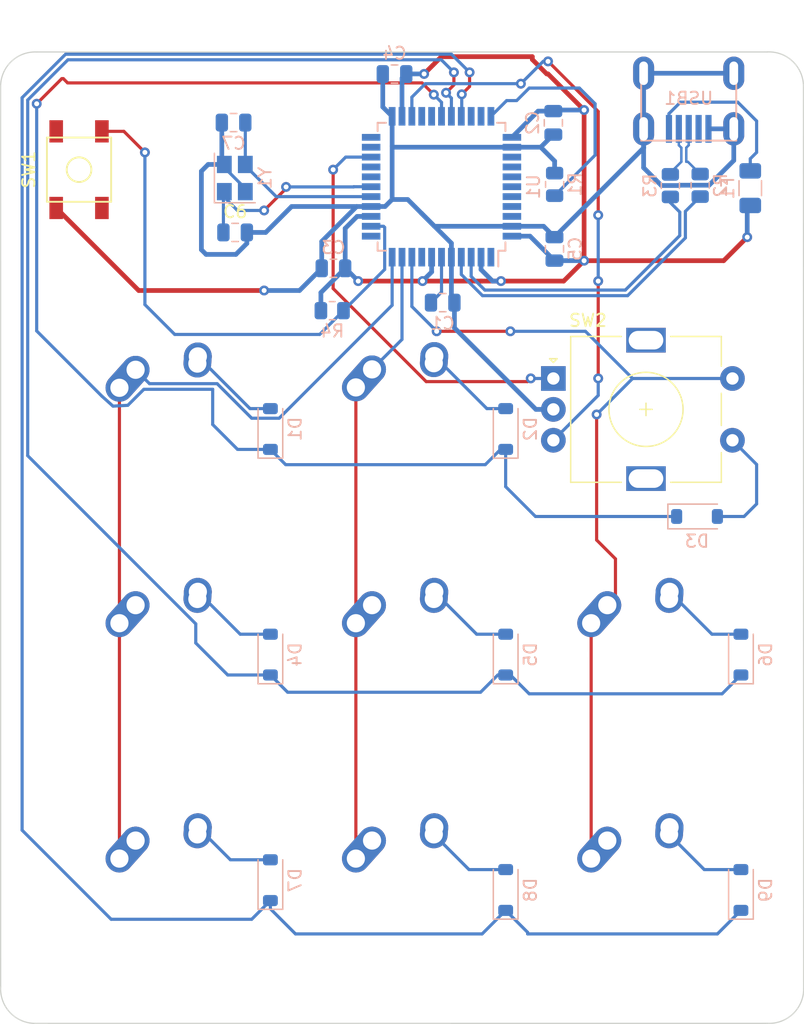
<source format=kicad_pcb>
(kicad_pcb (version 20221018) (generator pcbnew)
  (layers (0 "F.Cu" signal) (31 "B.Cu" signal) (34 "B.Paste" user) (35 "F.Paste" user) (36 "B.SilkS" user "B.Silkscreen") (37 "F.SilkS" user "F.Silkscreen") (38 "B.Mask" user) (39 "F.Mask" user) (44 "Edge.Cuts" user))
  (net 0 "")
  (net 1 "Net-(U1-UCAP)")
  (net 2 "GND")
  (net 3 "+5V")
  (net 4 "XTAL1")
  (net 5 "XTAL2")
  (net 6 "ROW0")
  (net 7 "Net-(D1-A)")
  (net 8 "Net-(D2-A)")
  (net 9 "Net-(D3-A)")
  (net 10 "ROW1")
  (net 11 "Net-(D4-A)")
  (net 12 "Net-(D5-A)")
  (net 13 "Net-(D6-A)")
  (net 14 "ROW2")
  (net 15 "Net-(D7-A)")
  (net 16 "Net-(D8-A)")
  (net 17 "Net-(D9-A)")
  (net 18 "VCC")
  (net 19 "COL0")
  (net 20 "COL1")
  (net 21 "COL2")
  (net 22 "Net-(U1-~{HWB}{slash}PE2)")
  (net 23 "Net-(U1-D+)")
  (net 24 "D+")
  (net 25 "D-")
  (net 26 "Net-(U1-D-)")
  (net 27 "RESET")
  (net 28 "PAD1-A")
  (net 29 "PAD1-B")
  (footprint "MX_Alps_Hybrid:MX-1U-NoLED" (layer "F.Cu") (at 148.145 129.222)
    (fp_text reference "MX8")
    (fp_text value "MX-NoLED")
  )
  (footprint "random-keyboard-parts:SKQG-1155865" (layer "F.Cu") (at 121.9195 70.928 -90)
    (fp_text reference "SW1")
    (fp_text value "SW_Push")
  )
  (footprint "MX_Alps_Hybrid:MX-1U-NoLED" (layer "F.Cu") (at 167.195 110.172)
    (fp_text reference "MX6")
    (fp_text value "MX-NoLED")
  )
  (footprint "MX_Alps_Hybrid:MX-1U-NoLED" (layer "F.Cu") (at 148.145 91.09025)
    (fp_text reference "MX2")
    (fp_text value "MX-NoLED")
  )
  (footprint "Rotary_Encoder:RotaryEncoder_Alps_EC11E-Switch_Vertical_H20mm" (layer "F.Cu") (at 160.326 87.82825)
    (fp_text reference "SW2")
    (fp_text value "RotaryEncoder_Switch")
  )
  (footprint "MX_Alps_Hybrid:MX-1U-NoLED" (layer "F.Cu") (at 128.99975 91.122)
    (fp_text reference "MX1")
    (fp_text value "MX-NoLED")
  )
  (footprint "MX_Alps_Hybrid:MX-1U-NoLED" (layer "F.Cu") (at 128.99975 129.222)
    (fp_text reference "MX7")
    (fp_text value "MX-NoLED")
  )
  (footprint "MX_Alps_Hybrid:MX-1U-NoLED" (layer "F.Cu") (at 128.99975 110.172)
    (fp_text reference "MX4")
    (fp_text value "MX-NoLED")
  )
  (footprint "MX_Alps_Hybrid:MX-1U-NoLED" (layer "F.Cu") (at 148.145 110.172)
    (fp_text reference "MX5")
    (fp_text value "MX-NoLED")
  )
  (footprint "MX_Alps_Hybrid:MX-1U-NoLED" (layer "F.Cu") (at 167.195 129.222)
    (fp_text reference "MX9")
    (fp_text value "MX-NoLED")
  )
  (footprint "Capacitor_SMD:C_0805_2012Metric" (layer "B.Cu") (at 151.3645 81.69)
    (fp_text reference "C1")
    (fp_text value "1uF")
  )
  (footprint "Diode_SMD:D_SOD-123" (layer "B.Cu") (at 137.4135 128.42825 90)
    (fp_text reference "D7")
    (fp_text value "SOD-123")
  )
  (footprint "Diode_SMD:D_SOD-123" (layer "B.Cu") (at 156.4635 91.91575 90)
    (fp_text reference "D2")
    (fp_text value "SOD-123")
  )
  (footprint "Diode_SMD:D_SOD-123" (layer "B.Cu") (at 171.9575 98.995)
    (fp_text reference "D3")
    (fp_text value "SOD-123")
  )
  (footprint "Capacitor_SMD:C_0805_2012Metric" (layer "B.Cu") (at 160.4145 77.339 90)
    (fp_text reference "C5")
    (fp_text value "10uF")
  )
  (footprint "Capacitor_SMD:C_0805_2012Metric" (layer "B.Cu") (at 142.5195 78.91 180)
    (fp_text reference "C3")
    (fp_text value "0.1uF")
  )
  (footprint "Capacitor_SMD:C_0805_2012Metric" (layer "B.Cu") (at 147.4645 63.19 180)
    (fp_text reference "C4")
    (fp_text value "0.1uF")
  )
  (footprint "Capacitor_SMD:C_0805_2012Metric" (layer "B.Cu") (at 134.5585 76.008 180)
    (fp_text reference "C6")
    (fp_text value "22pF")
  )
  (footprint "Diode_SMD:D_SOD-123" (layer "B.Cu") (at 175.5135 110.172 90)
    (fp_text reference "D6")
    (fp_text value "SOD-123")
  )
  (footprint "Diode_SMD:D_SOD-123" (layer "B.Cu") (at 156.4635 129.222 90)
    (fp_text reference "D8")
    (fp_text value "SOD-123")
  )
  (footprint "Resistor_SMD:R_0805_2012Metric" (layer "B.Cu") (at 160.4285 72.12 90)
    (fp_text reference "R1")
    (fp_text value "10k")
  )
  (footprint "random-keyboard-parts:Molex-0548190589" (layer "B.Cu") (at 171.2845 63.126 -90)
    (fp_text reference "USB1")
    (fp_text value "Molex-0548190589")
  )
  (footprint "Package_QFP:TQFP-44_10x10mm_P0.8mm" (layer "B.Cu") (at 151.2695 72.31 90)
    (fp_text reference "U1")
    (fp_text value "ATmega32U4-A")
  )
  (footprint "Diode_SMD:D_SOD-123" (layer "B.Cu") (at 156.4635 110.172 90)
    (fp_text reference "D5")
    (fp_text value "SOD-123")
  )
  (footprint "Fuse:Fuse_1206_3216Metric" (layer "B.Cu") (at 176.26925 72.42525 -90)
    (fp_text reference "F1")
    (fp_text value "500mA")
  )
  (footprint "Resistor_SMD:R_0805_2012Metric" (layer "B.Cu") (at 142.416 82.339)
    (fp_text reference "R4")
    (fp_text value "10k")
  )
  (footprint "Diode_SMD:D_SOD-123" (layer "B.Cu") (at 137.4135 91.91575 90)
    (fp_text reference "D1")
    (fp_text value "SOD-123")
  )
  (footprint "Diode_SMD:D_SOD-123" (layer "B.Cu") (at 175.5135 129.222 90)
    (fp_text reference "D9")
    (fp_text value "SOD-123")
  )
  (footprint "Diode_SMD:D_SOD-123" (layer "B.Cu") (at 137.4135 110.172 90)
    (fp_text reference "D4")
    (fp_text value "SOD-123")
  )
  (footprint "Crystal:Crystal_SMD_3225-4Pin_3.2x2.5mm" (layer "B.Cu") (at 134.5315 71.606 90)
    (fp_text reference "Y1")
    (fp_text value "16MHz")
  )
  (footprint "Capacitor_SMD:C_0805_2012Metric" (layer "B.Cu") (at 134.4315 67.118)
    (fp_text reference "C7")
    (fp_text value "22pF")
  )
  (footprint "Resistor_SMD:R_0805_2012Metric" (layer "B.Cu") (at 172.2115 72.19475 90)
    (fp_text reference "R2")
    (fp_text value "22")
  )
  (footprint "Capacitor_SMD:C_0805_2012Metric" (layer "B.Cu") (at 160.3245 67.14 -90)
    (fp_text reference "C2")
    (fp_text value "0.1uF")
  )
  (footprint "Resistor_SMD:R_0805_2012Metric" (layer "B.Cu") (at 169.7985 72.2215 -90)
    (fp_text reference "R3")
    (fp_text value "22")
  )
  (gr_arc (start 115.5695 64.197) (mid 116.440463 62.17009) (end 118.510349 61.406862) (stroke (width 0.1)) (layer "Edge.Cuts"))
  (gr_line (start 115.5695 64.197) (end 115.573362 137.075151) (stroke (width 0.1)) (layer "Edge.Cuts"))
  (gr_line (start 180.5935 137.222) (end 180.575464 64.19191) (stroke (width 0.1)) (layer "Edge.Cuts"))
  (gr_arc (start 177.634615 61.401772) (mid 179.7045 62.165) (end 180.575464 64.19191) (stroke (width 0.1)) (layer "Edge.Cuts"))
  (gr_line (start 177.652651 61.403) (end 118.510349 61.403) (stroke (width 0.1)) (layer "Edge.Cuts"))
  (gr_arc (start 180.5935 137.222) (mid 179.722537 139.24891) (end 177.652651 140.012138) (stroke (width 0.1)) (layer "Edge.Cuts"))
  (gr_arc (start 118.3635 140.016) (mid 116.33659 139.145037) (end 115.573362 137.075151) (stroke (width 0.1)) (layer "Edge.Cuts"))
  (gr_line (start 118.3635 140.016) (end 177.652651 140.012138) (stroke (width 0.1)) (layer "Edge.Cuts"))
  (segment (start 151.2695 80.835) (end 151.2695 78.01) (width 0.254) (layer "B.Cu") (net 1))
  (segment (start 150.4145 81.69) (end 151.2695 80.835) (width 0.254) (layer "B.Cu") (net 1))
  (segment (start 120.0695 74.028) (end 126.7485 80.707) (width 0.381) (layer "F.Cu") (net 2))
  (segment (start 126.7485 80.707) (end 136.9055 80.707) (width 0.381) (layer "F.Cu") (net 2))
  (via (at 136.9055 80.707) (size 0.8) (drill 0.4) (layers "F.Cu" "B.Cu") (net 2))
  (segment (start 172.933732 72.18525) (end 170.547482 72.18525) (width 0.381) (layer "B.Cu") (net 2))
  (segment (start 174.9345 67.626) (end 174.9345 70.184482) (width 0.381) (layer "B.Cu") (net 2))
  (segment (start 139.7725 80.707) (end 141.5695 78.91) (width 0.381) (layer "B.Cu") (net 2))
  (segment (start 160.4145 76.389) (end 159.5355 75.51) (width 0.381) (layer "B.Cu") (net 2))
  (segment (start 145.5695 73.91) (end 146.7005 73.91) (width 0.381) (layer "B.Cu") (net 2))
  (segment (start 170.520732 72.212) (end 169.076268 72.212) (width 0.381) (layer "B.Cu") (net 2))
  (segment (start 147.2695 73.341) (end 147.2695 69.023) (width 0.381) (layer "B.Cu") (net 2))
  (segment (start 149.64 74.4495) (end 148.5315 73.341) (width 0.381) (layer "B.Cu") (net 2))
  (segment (start 133.4815 67.118) (end 133.4815 70.306) (width 0.381) (layer "B.Cu") (net 2))
  (segment (start 135.3815 72.452) (end 135.3815 72.706) (width 0.381) (layer "B.Cu") (net 2))
  (segment (start 146.5145 63.19) (end 146.5145 65.855) (width 0.381) (layer "B.Cu") (net 2))
  (segment (start 135.5085 76.897) (end 134.6195 77.786) (width 0.381) (layer "B.Cu") (net 2))
  (segment (start 159.3045 69.11) (end 156.9695 69.11) (width 0.381) (layer "B.Cu") (net 2))
  (segment (start 160.4285 70.234) (end 159.3045 69.11) (width 0.381) (layer "B.Cu") (net 2))
  (segment (start 152.0695 78.01) (end 152.0695 76.879) (width 0.381) (layer "B.Cu") (net 2))
  (segment (start 167.6345 67.626) (end 167.6345 69.169) (width 0.381) (layer "B.Cu") (net 2))
  (segment (start 156.9695 69.11) (end 147.3565 69.11) (width 0.381) (layer "B.Cu") (net 2))
  (segment (start 131.8255 71.055) (end 132.3745 70.506) (width 0.381) (layer "B.Cu") (net 2))
  (segment (start 139.1305 73.91) (end 137.0325 76.008) (width 0.381) (layer "B.Cu") (net 2))
  (segment (start 169.076268 72.212) (end 167.6345 70.770232) (width 0.381) (layer "B.Cu") (net 2))
  (segment (start 145.5695 73.91) (end 144.3985 73.91) (width 0.381) (layer "B.Cu") (net 2))
  (segment (start 152.0695 76.879) (end 149.64 74.4495) (width 0.381) (layer "B.Cu") (net 2))
  (segment (start 148.5315 73.341) (end 147.2695 73.341) (width 0.381) (layer "B.Cu") (net 2))
  (segment (start 133.6815 70.506) (end 133.6815 70.752) (width 0.381) (layer "B.Cu") (net 2))
  (segment (start 152.3145 83.730963) (end 152.3145 81.69) (width 0.381) (layer "B.Cu") (net 2))
  (segment (start 132.2065 77.786) (end 131.8255 77.405) (width 0.381) (layer "B.Cu") (net 2))
  (segment (start 160.326 90.32825) (end 158.911787 90.32825) (width 0.381) (layer "B.Cu") (net 2))
  (segment (start 133.6815 70.752) (end 135.3815 72.452) (width 0.254) (layer "B.Cu") (net 2))
  (segment (start 146.5145 65.855) (end 147.2695 66.61) (width 0.381) (layer "B.Cu") (net 2))
  (segment (start 170.547482 72.18525) (end 170.520732 72.212) (width 0.381) (layer "B.Cu") (net 2))
  (segment (start 159.5355 75.51) (end 156.9695 75.51) (width 0.381) (layer "B.Cu") (net 2))
  (segment (start 174.9345 70.184482) (end 172.933732 72.18525) (width 0.381) (layer "B.Cu") (net 2))
  (segment (start 167.6345 63.126) (end 167.6345 67.626) (width 0.381) (layer "B.Cu") (net 2))
  (segment (start 141.5695 76.739) (end 144.3985 73.91) (width 0.381) (layer "B.Cu") (net 2))
  (segment (start 150.7005 75.51) (end 149.64 74.4495) (width 0.381) (layer "B.Cu") (net 2))
  (segment (start 167.6345 63.126) (end 174.9345 63.126) (width 0.381) (layer "B.Cu") (net 2))
  (segment (start 137.0325 76.008) (end 135.5085 76.008) (width 0.381) (layer "B.Cu") (net 2))
  (segment (start 160.3245 68.09) (end 159.3045 69.11) (width 0.381) (layer "B.Cu") (net 2))
  (segment (start 167.6345 69.169) (end 160.4145 76.389) (width 0.381) (layer "B.Cu") (net 2))
  (segment (start 131.8255 77.405) (end 131.8255 71.055) (width 0.381) (layer "B.Cu") (net 2))
  (segment (start 135.5085 72.833) (end 135.3815 72.706) (width 0.381) (layer "B.Cu") (net 2))
  (segment (start 146.7005 73.91) (end 147.2695 73.341) (width 0.381) (layer "B.Cu") (net 2))
  (segment (start 152.0695 81.445) (end 152.0695 78.01) (width 0.381) (layer "B.Cu") (net 2))
  (segment (start 158.911787 90.32825) (end 152.3145 83.730963) (width 0.381) (layer "B.Cu") (net 2))
  (segment (start 133.4815 70.306) (end 133.6815 70.506) (width 0.381) (layer "B.Cu") (net 2))
  (segment (start 132.3745 70.506) (end 133.6815 70.506) (width 0.381) (layer "B.Cu") (net 2))
  (segment (start 147.3565 69.11) (end 147.2695 69.023) (width 0.381) (layer "B.Cu") (net 2))
  (segment (start 147.2695 69.023) (end 147.2695 66.61) (width 0.381) (layer "B.Cu") (net 2))
  (segment (start 144.3985 73.91) (end 139.1305 73.91) (width 0.381) (layer "B.Cu") (net 2))
  (segment (start 160.4285 71.2075) (end 160.4285 70.234) (width 0.381) (layer "B.Cu") (net 2))
  (segment (start 167.6345 70.770232) (end 167.6345 67.626) (width 0.381) (layer "B.Cu") (net 2))
  (segment (start 152.3145 81.69) (end 152.0695 81.445) (width 0.381) (layer "B.Cu") (net 2))
  (segment (start 174.9345 67.626) (end 172.8845 67.626) (width 0.381) (layer "B.Cu") (net 2))
  (segment (start 156.9695 75.51) (end 150.7005 75.51) (width 0.381) (layer "B.Cu") (net 2))
  (segment (start 136.9055 80.707) (end 139.7725 80.707) (width 0.381) (layer "B.Cu") (net 2))
  (segment (start 135.5085 76.008) (end 135.5085 76.897) (width 0.381) (layer "B.Cu") (net 2))
  (segment (start 141.5695 78.91) (end 141.5695 76.739) (width 0.381) (layer "B.Cu") (net 2))
  (segment (start 134.6195 77.786) (end 132.2065 77.786) (width 0.381) (layer "B.Cu") (net 2))
  (segment (start 154.536067 79.945) (end 156.0825 79.945) (width 0.381) (layer "F.Cu") (net 3))
  (segment (start 162.8135 66.102) (end 159.8925 63.181) (width 0.381) (layer "F.Cu") (net 3))
  (segment (start 162.8135 78.294) (end 162.8135 66.102) (width 0.381) (layer "F.Cu") (net 3))
  (segment (start 154.4315 79.945) (end 154.536067 79.945) (width 0.381) (layer "F.Cu") (net 3))
  (segment (start 158.6225 61.784) (end 151.2565 61.784) (width 0.381) (layer "F.Cu") (net 3))
  (segment (start 159.790564 63.181) (end 158.6225 62.012936) (width 0.381) (layer "F.Cu") (net 3))
  (segment (start 174.1165 78.294) (end 176.0215 76.389) (width 0.381) (layer "F.Cu") (net 3))
  (segment (start 159.8925 63.181) (end 159.790564 63.181) (width 0.381) (layer "F.Cu") (net 3))
  (segment (start 151.2565 61.784) (end 149.8595 63.181) (width 0.381) (layer "F.Cu") (net 3))
  (segment (start 162.8135 78.294) (end 174.1165 78.294) (width 0.381) (layer "F.Cu") (net 3))
  (segment (start 161.1625 79.945) (end 156.0825 79.945) (width 0.381) (layer "F.Cu") (net 3))
  (segment (start 144.5255 79.945) (end 154.4315 79.945) (width 0.381) (layer "F.Cu") (net 3))
  (segment (start 158.6225 62.012936) (end 158.6225 61.784) (width 0.381) (layer "F.Cu") (net 3))
  (segment (start 161.1625 79.945) (end 162.8135 78.294) (width 0.381) (layer "F.Cu") (net 3))
  (via (at 149.8595 63.181) (size 0.8) (drill 0.4) (layers "F.Cu" "B.Cu") (net 3))
  (via (at 176.0215 76.389) (size 0.8) (drill 0.4) (layers "F.Cu" "B.Cu") (net 3))
  (via (at 162.8135 66.102) (size 0.8) (drill 0.4) (layers "F.Cu" "B.Cu") (net 3))
  (via (at 149.7325 79.945) (size 0.8) (drill 0.4) (layers "F.Cu" "B.Cu") (net 3))
  (via (at 144.5255 79.945) (size 0.8) (drill 0.4) (layers "F.Cu" "B.Cu") (net 3))
  (via (at 162.8135 78.294) (size 0.8) (drill 0.4) (layers "F.Cu" "B.Cu") (net 3))
  (via (at 156.0825 79.945) (size 0.8) (drill 0.4) (layers "F.Cu" "B.Cu") (net 3))
  (segment (start 162.8085 78.289) (end 162.8135 78.294) (width 0.381) (layer "B.Cu") (net 3))
  (segment (start 143.4695 75.679) (end 144.4385 74.71) (width 0.381) (layer "B.Cu") (net 3))
  (segment (start 160.3245 66.19) (end 159.0895 66.19) (width 0.381) (layer "B.Cu") (net 3))
  (segment (start 150.4695 79.208) (end 149.7325 79.945) (width 0.381) (layer "B.Cu") (net 3))
  (segment (start 144.4385 74.71) (end 145.5695 74.71) (width 0.381) (layer "B.Cu") (net 3))
  (segment (start 156.0825 79.945) (end 155.3985 79.945) (width 0.381) (layer "B.Cu") (net 3))
  (segment (start 158.4355 76.31) (end 160.4145 78.289) (width 0.381) (layer "B.Cu") (net 3))
  (segment (start 141.5035 82.339) (end 141.5035 80.876) (width 0.381) (layer "B.Cu") (net 3))
  (segment (start 154.4695 79.016) (end 154.4695 78.01) (width 0.381) (layer "B.Cu") (net 3))
  (segment (start 160.4145 78.289) (end 162.8085 78.289) (width 0.381) (layer "B.Cu") (net 3))
  (segment (start 155.3985 79.945) (end 154.4695 79.016) (width 0.381) (layer "B.Cu") (net 3))
  (segment (start 162.8135 66.102) (end 160.4125 66.102) (width 0.381) (layer "B.Cu") (net 3))
  (segment (start 143.4695 78.91) (end 143.4695 75.679) (width 0.381) (layer "B.Cu") (net 3))
  (segment (start 176.0215 76.389) (end 176.0215 74.073) (width 0.381) (layer "B.Cu") (net 3))
  (segment (start 149.8595 63.181) (end 148.4235 63.181) (width 0.381) (layer "B.Cu") (net 3))
  (segment (start 148.0695 63.535) (end 148.0695 66.61) (width 0.381) (layer "B.Cu") (net 3))
  (segment (start 159.0895 66.19) (end 156.9695 68.31) (width 0.381) (layer "B.Cu") (net 3))
  (segment (start 148.4145 63.19) (end 148.0695 63.535) (width 0.381) (layer "B.Cu") (net 3))
  (segment (start 148.4235 63.181) (end 148.4145 63.19) (width 0.381) (layer "B.Cu") (net 3))
  (segment (start 156.9695 76.31) (end 158.4355 76.31) (width 0.381) (layer "B.Cu") (net 3))
  (segment (start 150.4695 78.01) (end 150.4695 79.208) (width 0.381) (layer "B.Cu") (net 3))
  (segment (start 143.4695 78.91) (end 143.4905 78.91) (width 0.381) (layer "B.Cu") (net 3))
  (segment (start 176.0215 74.073) (end 176.26925 73.82525) (width 0.381) (layer "B.Cu") (net 3))
  (segment (start 141.5035 80.876) (end 143.4695 78.91) (width 0.381) (layer "B.Cu") (net 3))
  (segment (start 160.4125 66.102) (end 160.3245 66.19) (width 0.381) (layer "B.Cu") (net 3))
  (segment (start 143.4905 78.91) (end 144.5255 79.945) (width 0.381) (layer "B.Cu") (net 3))
  (segment (start 136.9055 74.23) (end 138.6835 72.452) (width 0.254) (layer "F.Cu") (net 4))
  (segment (start 138.6835 72.452) (end 138.6835 72.325) (width 0.254) (layer "F.Cu") (net 4))
  (via (at 138.6835 72.325) (size 0.8) (drill 0.4) (layers "F.Cu" "B.Cu") (net 4))
  (via (at 136.9055 74.23) (size 0.8) (drill 0.4) (layers "F.Cu" "B.Cu") (net 4))
  (segment (start 144.1445 72.325) (end 144.1595 72.31) (width 0.254) (layer "B.Cu") (net 4))
  (segment (start 133.6815 73.165) (end 134.7465 74.23) (width 0.254) (layer "B.Cu") (net 4))
  (segment (start 134.7465 74.23) (end 136.9055 74.23) (width 0.254) (layer "B.Cu") (net 4))
  (segment (start 133.6815 72.706) (end 133.6815 73.165) (width 0.254) (layer "B.Cu") (net 4))
  (segment (start 138.6835 72.325) (end 144.1445 72.325) (width 0.254) (layer "B.Cu") (net 4))
  (segment (start 133.6085 72.779) (end 133.6815 72.706) (width 0.254) (layer "B.Cu") (net 4))
  (segment (start 144.1595 72.31) (end 145.5695 72.31) (width 0.254) (layer "B.Cu") (net 4))
  (segment (start 133.6085 76.008) (end 133.6085 72.779) (width 0.254) (layer "B.Cu") (net 4))
  (segment (start 137.8855 73.11) (end 145.5695 73.11) (width 0.254) (layer "B.Cu") (net 5))
  (segment (start 135.3815 70.606) (end 137.8855 73.11) (width 0.254) (layer "B.Cu") (net 5))
  (segment (start 135.3815 70.506) (end 135.3815 70.606) (width 0.254) (layer "B.Cu") (net 5))
  (segment (start 135.3815 67.118) (end 135.3815 70.506) (width 0.254) (layer "B.Cu") (net 5))
  (segment (start 120.5225 63.562) (end 120.6495 63.562) (width 0.254) (layer "F.Cu") (net 6))
  (segment (start 118.4905 65.594) (end 120.5225 63.562) (width 0.254) (layer "F.Cu") (net 6))
  (segment (start 120.9955 63.908) (end 149.6975 63.908) (width 0.254) (layer "F.Cu") (net 6))
  (segment (start 120.6495 63.562) (end 120.9955 63.908) (width 0.254) (layer "F.Cu") (net 6))
  (segment (start 149.6975 63.908) (end 150.646567 64.857067) (width 0.254) (layer "F.Cu") (net 6))
  (via (at 118.4905 65.594) (size 0.8) (drill 0.4) (layers "F.Cu" "B.Cu") (net 6))
  (via (at 150.646567 64.857067) (size 0.8) (drill 0.4) (layers "F.Cu" "B.Cu") (net 6))
  (segment (start 151.2695 65.48) (end 151.2695 66.61) (width 0.254) (layer "B.Cu") (net 6))
  (segment (start 138.65175 94.804) (end 154.8125 94.804) (width 0.254) (layer "B.Cu") (net 6))
  (segment (start 150.646567 64.857067) (end 151.2695 65.48) (width 0.254) (layer "B.Cu") (net 6))
  (segment (start 158.8765 98.995) (end 170.3075 98.995) (width 0.254) (layer "B.Cu") (net 6))
  (segment (start 156.05075 93.56575) (end 156.4635 93.56575) (width 0.254) (layer "B.Cu") (net 6))
  (segment (start 127.167175 88.701) (end 125.86882 89.999355) (width 0.254) (layer "B.Cu") (net 6))
  (segment (start 154.8125 94.804) (end 156.05075 93.56575) (width 0.254) (layer "B.Cu") (net 6))
  (segment (start 132.740854 88.701) (end 127.167175 88.701) (width 0.254) (layer "B.Cu") (net 6))
  (segment (start 156.4635 96.582) (end 158.8765 98.995) (width 0.254) (layer "B.Cu") (net 6))
  (segment (start 118.4905 83.979175) (end 118.4905 65.594) (width 0.254) (layer "B.Cu") (net 6))
  (segment (start 134.752905 93.56575) (end 132.740854 91.553699) (width 0.254) (layer "B.Cu") (net 6))
  (segment (start 125.86882 89.999355) (end 124.667703 90.064396) (width 0.254) (layer "B.Cu") (net 6))
  (segment (start 156.4635 93.56575) (end 156.4635 96.582) (width 0.254) (layer "B.Cu") (net 6))
  (segment (start 123.772395 89.26107) (end 118.4905 83.979175) (width 0.254) (layer "B.Cu") (net 6))
  (segment (start 137.4135 93.56575) (end 138.65175 94.804) (width 0.254) (layer "B.Cu") (net 6))
  (segment (start 137.4135 93.56575) (end 134.752905 93.56575) (width 0.254) (layer "B.Cu") (net 6))
  (segment (start 132.740854 91.553699) (end 132.740854 88.701) (width 0.254) (layer "B.Cu") (net 6))
  (segment (start 124.667703 90.064396) (end 123.772395 89.26107) (width 0.254) (layer "B.Cu") (net 6))
  (segment (start 135.7635 90.26575) (end 131.53975 86.042) (width 0.254) (layer "B.Cu") (net 7))
  (segment (start 137.4135 90.26575) (end 135.7635 90.26575) (width 0.254) (layer "B.Cu") (net 7))
  (segment (start 156.4635 90.26575) (end 154.9405 90.26575) (width 0.254) (layer "B.Cu") (net 8))
  (segment (start 154.9405 90.26575) (end 150.685 86.01025) (width 0.254) (layer "B.Cu") (net 8))
  (segment (start 176.7835 94.78575) (end 174.826 92.82825) (width 0.254) (layer "B.Cu") (net 9))
  (segment (start 173.6075 98.995) (end 175.7675 98.995) (width 0.254) (layer "B.Cu") (net 9))
  (segment (start 175.7675 98.995) (end 176.7835 97.979) (width 0.254) (layer "B.Cu") (net 9))
  (segment (start 176.7835 97.979) (end 176.7835 94.78575) (width 0.254) (layer "B.Cu") (net 9))
  (segment (start 152.2725 64.07) (end 151.6375 64.705) (width 0.254) (layer "F.Cu") (net 10))
  (segment (start 152.2725 63.054) (end 152.2725 64.07) (width 0.254) (layer "F.Cu") (net 10))
  (via (at 152.2725 63.054) (size 0.8) (drill 0.4) (layers "F.Cu" "B.Cu") (net 10))
  (via (at 151.6375 64.705) (size 0.8) (drill 0.4) (layers "F.Cu" "B.Cu") (net 10))
  (segment (start 137.4135 111.822) (end 133.959155 111.822) (width 0.254) (layer "B.Cu") (net 10))
  (segment (start 117.7635 94.077) (end 117.7635 65.292866) (width 0.254) (layer "B.Cu") (net 10))
  (segment (start 152.0695 65.137) (end 152.0695 66.61) (width 0.254) (layer "B.Cu") (net 10))
  (segment (start 158.3685 113.346) (end 173.9895 113.346) (width 0.254) (layer "B.Cu") (net 10))
  (segment (start 151.2565 62.038) (end 152.2725 63.054) (width 0.254) (layer "B.Cu") (net 10))
  (segment (start 151.6375 64.705) (end 152.0695 65.137) (width 0.254) (layer "B.Cu") (net 10))
  (segment (start 156.8445 111.822) (end 158.3685 113.346) (width 0.254) (layer "B.Cu") (net 10))
  (segment (start 154.4315 113.219) (end 155.8285 111.822) (width 0.254) (layer "B.Cu") (net 10))
  (segment (start 133.959155 111.822) (end 131.37065 109.233495) (width 0.254) (layer "B.Cu") (net 10))
  (segment (start 137.4135 111.822) (end 138.8105 113.219) (width 0.254) (layer "B.Cu") (net 10))
  (segment (start 131.37065 109.233495) (end 131.37065 107.68415) (width 0.254) (layer "B.Cu") (net 10))
  (segment (start 131.37065 107.68415) (end 117.7635 94.077) (width 0.254) (layer "B.Cu") (net 10))
  (segment (start 155.8285 111.822) (end 156.4635 111.822) (width 0.254) (layer "B.Cu") (net 10))
  (segment (start 138.8105 113.219) (end 154.4315 113.219) (width 0.254) (layer "B.Cu") (net 10))
  (segment (start 117.7635 65.292866) (end 121.018366 62.038) (width 0.254) (layer "B.Cu") (net 10))
  (segment (start 121.018366 62.038) (end 151.2565 62.038) (width 0.254) (layer "B.Cu") (net 10))
  (segment (start 173.9895 113.346) (end 175.5135 111.822) (width 0.254) (layer "B.Cu") (net 10))
  (segment (start 156.4635 111.822) (end 156.8445 111.822) (width 0.254) (layer "B.Cu") (net 10))
  (segment (start 137.4135 108.522) (end 134.96975 108.522) (width 0.254) (layer "B.Cu") (net 11))
  (segment (start 134.96975 108.522) (end 131.53975 105.092) (width 0.254) (layer "B.Cu") (net 11))
  (segment (start 154.115 108.522) (end 150.685 105.092) (width 0.254) (layer "B.Cu") (net 12))
  (segment (start 156.4635 108.522) (end 154.115 108.522) (width 0.254) (layer "B.Cu") (net 12))
  (segment (start 175.5135 108.522) (end 173.165 108.522) (width 0.254) (layer "B.Cu") (net 13))
  (segment (start 173.165 108.522) (end 169.735 105.092) (width 0.254) (layer "B.Cu") (net 13))
  (segment (start 153.5425 63.054) (end 153.5425 64.197) (width 0.254) (layer "F.Cu") (net 14))
  (segment (start 153.5425 64.197) (end 152.9075 64.832) (width 0.254) (layer "F.Cu") (net 14))
  (via (at 153.5425 63.054) (size 0.8) (drill 0.4) (layers "F.Cu" "B.Cu") (net 14))
  (via (at 152.9075 64.832) (size 0.8) (drill 0.4) (layers "F.Cu" "B.Cu") (net 14))
  (segment (start 117.3095 124.382345) (end 117.3095 65.104814) (width 0.254) (layer "B.Cu") (net 14))
  (segment (start 152.9075 64.832) (end 152.9075 66.572) (width 0.254) (layer "B.Cu") (net 14))
  (segment (start 158.2415 132.65) (end 158.2415 132.777) (width 0.254) (layer "B.Cu") (net 14))
  (segment (start 173.6085 132.777) (end 175.5135 130.872) (width 0.254) (layer "B.Cu") (net 14))
  (segment (start 137.4135 130.07825) (end 137.4135 130.745) (width 0.254) (layer "B.Cu") (net 14))
  (segment (start 124.520055 131.5929) (end 117.3095 124.382345) (width 0.254) (layer "B.Cu") (net 14))
  (segment (start 152.0725 61.584) (end 153.5425 63.054) (width 0.254) (layer "B.Cu") (net 14))
  (segment (start 135.89885 131.5929) (end 124.520055 131.5929) (width 0.254) (layer "B.Cu") (net 14))
  (segment (start 139.4455 132.777) (end 154.5585 132.777) (width 0.254) (layer "B.Cu") (net 14))
  (segment (start 156.4635 130.872) (end 158.2415 132.65) (width 0.254) (layer "B.Cu") (net 14))
  (segment (start 137.4135 130.745) (end 139.4455 132.777) (width 0.254) (layer "B.Cu") (net 14))
  (segment (start 152.9075 66.572) (end 152.8695 66.61) (width 0.254) (layer "B.Cu") (net 14))
  (segment (start 120.830313 61.584) (end 152.0725 61.584) (width 0.254) (layer "B.Cu") (net 14))
  (segment (start 158.2415 132.777) (end 173.6085 132.777) (width 0.254) (layer "B.Cu") (net 14))
  (segment (start 117.3095 65.104814) (end 120.830313 61.584) (width 0.254) (layer "B.Cu") (net 14))
  (segment (start 137.4135 130.07825) (end 135.89885 131.5929) (width 0.254) (layer "B.Cu") (net 14))
  (segment (start 154.5585 132.777) (end 156.4635 130.872) (width 0.254) (layer "B.Cu") (net 14))
  (segment (start 131.53975 124.142) (end 134.176 126.77825) (width 0.254) (layer "B.Cu") (net 15))
  (segment (start 134.176 126.77825) (end 137.4135 126.77825) (width 0.254) (layer "B.Cu") (net 15))
  (segment (start 150.645 124.722) (end 153.495 127.572) (width 0.254) (layer "B.Cu") (net 16))
  (segment (start 153.495 127.572) (end 156.4635 127.572) (width 0.254) (layer "B.Cu") (net 16))
  (segment (start 172.545 127.572) (end 169.695 124.722) (width 0.254) (layer "B.Cu") (net 17))
  (segment (start 175.5135 127.572) (end 172.545 127.572) (width 0.254) (layer "B.Cu") (net 17))
  (segment (start 176.7835 66.991) (end 176.7835 69.531) (width 0.254) (layer "B.Cu") (net 18))
  (segment (start 169.6845 66.397) (end 170.6145 65.467) (width 0.254) (layer "B.Cu") (net 18))
  (segment (start 176.26925 70.04525) (end 176.26925 71.02525) (width 0.254) (layer "B.Cu") (net 18))
  (segment (start 169.6845 67.626) (end 169.6845 66.397) (width 0.254) (layer "B.Cu") (net 18))
  (segment (start 170.6145 65.467) (end 175.2595 65.467) (width 0.254) (layer "B.Cu") (net 18))
  (segment (start 175.2595 65.467) (end 176.7835 66.991) (width 0.254) (layer "B.Cu") (net 18))
  (segment (start 176.7835 69.531) (end 176.26925 70.04525) (width 0.254) (layer "B.Cu") (net 18))
  (segment (start 125.18975 107.632) (end 125.18975 126.682) (width 0.254) (layer "F.Cu") (net 19))
  (segment (start 125.18975 88.582) (end 125.18975 107.632) (width 0.254) (layer "F.Cu") (net 19))
  (segment (start 147.2695 81.9) (end 147.2695 78.01) (width 0.254) (layer "B.Cu") (net 19))
  (segment (start 135.898448 91.04275) (end 138.12675 91.04275) (width 0.254) (layer "B.Cu") (net 19))
  (segment (start 133.102698 88.247) (end 135.898448 91.04275) (width 0.254) (layer "B.Cu") (net 19))
  (segment (start 127.62475 88.247) (end 133.102698 88.247) (width 0.254) (layer "B.Cu") (net 19))
  (segment (start 138.12675 91.04275) (end 147.2695 81.9) (width 0.254) (layer "B.Cu") (net 19))
  (segment (start 126.49975 87.122) (end 127.62475 88.247) (width 0.254) (layer "B.Cu") (net 19))
  (segment (start 144.335 88.55025) (end 144.335 107.632) (width 0.254) (layer "F.Cu") (net 20))
  (segment (start 144.335 107.632) (end 144.335 126.682) (width 0.254) (layer "F.Cu") (net 20))
  (segment (start 145.645 87.09025) (end 148.0695 84.66575) (width 0.254) (layer "B.Cu") (net 20))
  (segment (start 148.0695 84.66575) (end 148.0695 78.01) (width 0.254) (layer "B.Cu") (net 20))
  (segment (start 156.8445 84.009) (end 150.8755 84.009) (width 0.254) (layer "F.Cu") (net 21))
  (segment (start 165.3535 105.6635) (end 163.385 107.632) (width 0.254) (layer "F.Cu") (net 21))
  (segment (start 163.8295 90.74) (end 163.8295 100.9) (width 0.254) (layer "F.Cu") (net 21))
  (segment (start 163.385 107.632) (end 163.385 126.682) (width 0.254) (layer "F.Cu") (net 21))
  (segment (start 165.3535 102.424) (end 165.3535 105.6635) (width 0.254) (layer "F.Cu") (net 21))
  (segment (start 163.8295 100.9) (end 165.3535 102.424) (width 0.254) (layer "F.Cu") (net 21))
  (via (at 156.8445 84.009) (size 0.8) (drill 0.4) (layers "F.Cu" "B.Cu") (net 21))
  (via (at 163.8295 90.74) (size 0.8) (drill 0.4) (layers "F.Cu" "B.Cu") (net 21))
  (via (at 150.8755 84.009) (size 0.8) (drill 0.4) (layers "F.Cu" "B.Cu") (net 21))
  (segment (start 148.8695 82.003) (end 148.8695 78.01) (width 0.254) (layer "B.Cu") (net 21))
  (segment (start 162.922 84.009) (end 156.8445 84.009) (width 0.254) (layer "B.Cu") (net 21))
  (segment (start 166.74125 87.82825) (end 162.922 84.009) (width 0.254) (layer "B.Cu") (net 21))
  (segment (start 166.74125 87.82825) (end 163.8295 90.74) (width 0.254) (layer "B.Cu") (net 21))
  (segment (start 174.826 87.82825) (end 166.74125 87.82825) (width 0.254) (layer "B.Cu") (net 21))
  (segment (start 150.8755 84.009) (end 148.8695 82.003) (width 0.254) (layer "B.Cu") (net 21))
  (segment (start 160.4285 73.0325) (end 163.7025 69.7585) (width 0.254) (layer "B.Cu") (net 22))
  (segment (start 157.3525 65.34) (end 156.5395 65.34) (width 0.254) (layer "B.Cu") (net 22))
  (segment (start 163.7025 69.7585) (end 163.7025 65.594) (width 0.254) (layer "B.Cu") (net 22))
  (segment (start 163.7025 65.594) (end 162.4325 64.324) (width 0.254) (layer "B.Cu") (net 22))
  (segment (start 156.5395 65.34) (end 155.2695 66.61) (width 0.254) (layer "B.Cu") (net 22))
  (segment (start 162.4325 64.324) (end 158.3685 64.324) (width 0.254) (layer "B.Cu") (net 22))
  (segment (start 158.3685 64.324) (end 157.3525 65.34) (width 0.254) (layer "B.Cu") (net 22))
  (segment (start 152.8695 79.406052) (end 154.589448 81.126) (width 0.254) (layer "B.Cu") (net 23))
  (segment (start 171.0145 74.30425) (end 172.2115 73.10725) (width 0.254) (layer "B.Cu") (net 23))
  (segment (start 166.338552 81.126) (end 171.0145 76.450053) (width 0.254) (layer "B.Cu") (net 23))
  (segment (start 171.0145 76.450053) (end 171.0145 74.30425) (width 0.254) (layer "B.Cu") (net 23))
  (segment (start 154.589448 81.126) (end 166.338552 81.126) (width 0.254) (layer "B.Cu") (net 23))
  (segment (start 152.8695 78.01) (end 152.8695 79.406052) (width 0.254) (layer "B.Cu") (net 23))
  (segment (start 172.2115 73.10725) (end 172.076198 73.10725) (width 0.254) (layer "B.Cu") (net 23))
  (segment (start 171.0875 69.15) (end 171.0875 70.293) (width 0.2) (layer "B.Cu") (net 24))
  (segment (start 171.22225 70.293) (end 172.2115 71.28225) (width 0.2) (layer "B.Cu") (net 24))
  (segment (start 171.2845 68.953) (end 171.0875 69.15) (width 0.2) (layer "B.Cu") (net 24))
  (segment (start 171.0875 70.293) (end 171.22225 70.293) (width 0.2) (layer "B.Cu") (net 24))
  (segment (start 171.2845 67.626) (end 171.2845 68.953) (width 0.2) (layer "B.Cu") (net 24))
  (segment (start 169.7985 71.182) (end 169.7985 71.309) (width 0.2) (layer "B.Cu") (net 25))
  (segment (start 170.6875 70.293) (end 169.7985 71.182) (width 0.2) (layer "B.Cu") (net 25))
  (segment (start 170.4845 68.951) (end 170.6875 69.154) (width 0.2) (layer "B.Cu") (net 25))
  (segment (start 170.6875 69.154) (end 170.6875 70.293) (width 0.2) (layer "B.Cu") (net 25))
  (segment (start 170.4845 67.626) (end 170.4845 68.951) (width 0.2) (layer "B.Cu") (net 25))
  (segment (start 153.6695 79.564) (end 154.7775 80.672) (width 0.254) (layer "B.Cu") (net 26))
  (segment (start 169.7985 73.595) (end 169.7985 73.134) (width 0.254) (layer "B.Cu") (net 26))
  (segment (start 154.7775 80.672) (end 166.1505 80.672) (width 0.254) (layer "B.Cu") (net 26))
  (segment (start 166.1505 80.672) (end 170.5605 76.262) (width 0.254) (layer "B.Cu") (net 26))
  (segment (start 170.5605 74.357) (end 169.7985 73.595) (width 0.254) (layer "B.Cu") (net 26))
  (segment (start 153.6695 78.01) (end 153.6695 79.564) (width 0.254) (layer "B.Cu") (net 26))
  (segment (start 170.5605 76.262) (end 170.5605 74.357) (width 0.254) (layer "B.Cu") (net 26))
  (segment (start 123.7695 67.828) (end 125.5505 67.828) (width 0.254) (layer "F.Cu") (net 27))
  (segment (start 125.5505 67.828) (end 127.2535 69.531) (width 0.254) (layer "F.Cu") (net 27))
  (via (at 127.2535 69.531) (size 0.8) (drill 0.4) (layers "F.Cu" "B.Cu") (net 27))
  (segment (start 143.3285 82.339) (end 146.6675 79) (width 0.254) (layer "B.Cu") (net 27))
  (segment (start 146.6675 79) (end 146.6675 75.604) (width 0.254) (layer "B.Cu") (net 27))
  (segment (start 146.6675 75.604) (end 146.5735 75.51) (width 0.254) (layer "B.Cu") (net 27))
  (segment (start 146.5735 75.51) (end 145.5695 75.51) (width 0.254) (layer "B.Cu") (net 27))
  (segment (start 127.2535 69.531) (end 127.2535 81.85) (width 0.254) (layer "B.Cu") (net 27))
  (segment (start 141.4045 84.263) (end 143.3285 82.339) (width 0.254) (layer "B.Cu") (net 27))
  (segment (start 127.2535 81.85) (end 129.6665 84.263) (width 0.254) (layer "B.Cu") (net 27))
  (segment (start 129.6665 84.263) (end 141.4045 84.263) (width 0.254) (layer "B.Cu") (net 27))
  (segment (start 158.4955 87.819) (end 158.234311 88.080189) (width 0.254) (layer "F.Cu") (net 28))
  (segment (start 158.234311 88.080189) (end 150.027846 88.080189) (width 0.254) (layer "F.Cu") (net 28))
  (segment (start 142.4935 80.545843) (end 142.4935 70.928) (width 0.254) (layer "F.Cu") (net 28))
  (segment (start 150.027846 88.080189) (end 142.4935 80.545843) (width 0.254) (layer "F.Cu") (net 28))
  (via (at 142.4935 70.928) (size 0.8) (drill 0.4) (layers "F.Cu" "B.Cu") (net 28))
  (via (at 158.4955 87.819) (size 0.8) (drill 0.4) (layers "F.Cu" "B.Cu") (net 28))
  (segment (start 143.5115 69.91) (end 145.5695 69.91) (width 0.254) (layer "B.Cu") (net 28))
  (segment (start 142.4935 70.928) (end 143.5115 69.91) (width 0.254) (layer "B.Cu") (net 28))
  (segment (start 158.50475 87.82825) (end 158.4955 87.819) (width 0.254) (layer "B.Cu") (net 28))
  (segment (start 160.326 87.82825) (end 158.50475 87.82825) (width 0.254) (layer "B.Cu") (net 28))
  (segment (start 163.9565 74.611) (end 163.9565 66.216866) (width 0.254) (layer "F.Cu") (net 29))
  (segment (start 159.904634 62.165) (end 159.8925 62.165) (width 0.254) (layer "F.Cu") (net 29))
  (segment (start 163.9565 66.216866) (end 159.904634 62.165) (width 0.254) (layer "F.Cu") (net 29))
  (segment (start 163.9565 87.819) (end 163.9565 79.945) (width 0.254) (layer "F.Cu") (net 29))
  (via (at 159.8925 62.165) (size 0.8) (drill 0.4) (layers "F.Cu" "B.Cu") (net 29))
  (via (at 163.9565 87.819) (size 0.8) (drill 0.4) (layers "F.Cu" "B.Cu") (net 29))
  (via (at 163.9565 79.945) (size 0.8) (drill 0.4) (layers "F.Cu" "B.Cu") (net 29))
  (via (at 163.9565 74.611) (size 0.8) (drill 0.4) (layers "F.Cu" "B.Cu") (net 29))
  (via (at 157.694175 63.9715) (size 0.8) (drill 0.4) (layers "F.Cu" "B.Cu") (net 29))
  (segment (start 163.9565 79.945) (end 163.9565 74.611) (width 0.254) (layer "B.Cu") (net 29))
  (segment (start 148.8695 65.06) (end 148.8695 66.61) (width 0.254) (layer "B.Cu") (net 29))
  (segment (start 157.694175 63.9715) (end 149.958 63.9715) (width 0.254) (layer "B.Cu") (net 29))
  (segment (start 159.8925 62.165) (end 159.500675 62.165) (width 0.254) (layer "B.Cu") (net 29))
  (segment (start 159.500675 62.165) (end 157.694175 63.9715) (width 0.254) (layer "B.Cu") (net 29))
  (segment (start 160.326 92.82825) (end 163.9565 89.19775) (width 0.254) (layer "B.Cu") (net 29))
  (segment (start 149.958 63.9715) (end 148.8695 65.06) (width 0.254) (layer "B.Cu") (net 29))
  (segment (start 163.9565 89.19775) (end 163.9565 87.819) (width 0.254) (layer "B.Cu") (net 29))
)
</source>
